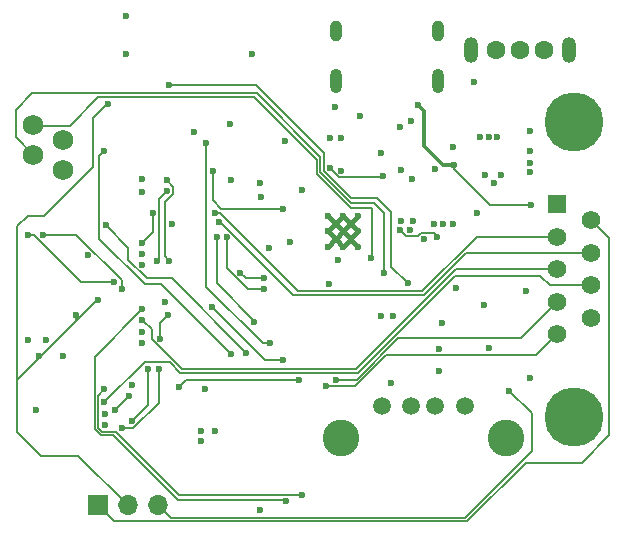
<source format=gbl>
G04 #@! TF.GenerationSoftware,KiCad,Pcbnew,7.0.8*
G04 #@! TF.CreationDate,2023-10-01T22:59:48-07:00*
G04 #@! TF.ProjectId,babelfish,62616265-6c66-4697-9368-2e6b69636164,REV1*
G04 #@! TF.SameCoordinates,Original*
G04 #@! TF.FileFunction,Copper,L4,Bot*
G04 #@! TF.FilePolarity,Positive*
%FSLAX46Y46*%
G04 Gerber Fmt 4.6, Leading zero omitted, Abs format (unit mm)*
G04 Created by KiCad (PCBNEW 7.0.8) date 2023-10-01 22:59:48*
%MOMM*%
%LPD*%
G01*
G04 APERTURE LIST*
G04 #@! TA.AperFunction,ComponentPad*
%ADD10R,1.700000X1.700000*%
G04 #@! TD*
G04 #@! TA.AperFunction,ComponentPad*
%ADD11O,1.700000X1.700000*%
G04 #@! TD*
G04 #@! TA.AperFunction,ComponentPad*
%ADD12O,1.000000X2.100000*%
G04 #@! TD*
G04 #@! TA.AperFunction,ComponentPad*
%ADD13O,1.000000X1.800000*%
G04 #@! TD*
G04 #@! TA.AperFunction,ComponentPad*
%ADD14C,1.750000*%
G04 #@! TD*
G04 #@! TA.AperFunction,ComponentPad*
%ADD15O,1.599949X1.600000*%
G04 #@! TD*
G04 #@! TA.AperFunction,ComponentPad*
%ADD16O,1.200000X2.200000*%
G04 #@! TD*
G04 #@! TA.AperFunction,ComponentPad*
%ADD17C,0.600000*%
G04 #@! TD*
G04 #@! TA.AperFunction,ComponentPad*
%ADD18C,1.500000*%
G04 #@! TD*
G04 #@! TA.AperFunction,ComponentPad*
%ADD19C,3.100000*%
G04 #@! TD*
G04 #@! TA.AperFunction,ComponentPad*
%ADD20R,1.574803X1.574803*%
G04 #@! TD*
G04 #@! TA.AperFunction,ComponentPad*
%ADD21C,1.574803*%
G04 #@! TD*
G04 #@! TA.AperFunction,ComponentPad*
%ADD22C,5.000000*%
G04 #@! TD*
G04 #@! TA.AperFunction,ViaPad*
%ADD23C,0.600000*%
G04 #@! TD*
G04 #@! TA.AperFunction,Conductor*
%ADD24C,0.150000*%
G04 #@! TD*
G04 #@! TA.AperFunction,Conductor*
%ADD25C,0.300000*%
G04 #@! TD*
G04 #@! TA.AperFunction,Conductor*
%ADD26C,0.400000*%
G04 #@! TD*
G04 APERTURE END LIST*
D10*
X91260000Y-112100000D03*
D11*
X93800000Y-112100000D03*
X96340000Y-112100000D03*
D12*
X120025500Y-76169086D03*
X111385419Y-76169086D03*
D13*
X111385419Y-71989000D03*
X120025500Y-71989000D03*
D14*
X88340000Y-83710000D03*
X85800000Y-82440000D03*
X88340000Y-81170000D03*
X85800000Y-79900000D03*
D15*
X128999975Y-73542990D03*
X127000000Y-73543066D03*
X125000000Y-73543066D03*
D16*
X122849886Y-73543066D03*
X131150114Y-73543066D03*
D17*
X110750500Y-87651500D03*
X110750500Y-88926500D03*
X110750500Y-90201500D03*
X112025500Y-87651500D03*
X112025500Y-88926500D03*
X112025500Y-90201500D03*
X113300500Y-87651500D03*
X113300500Y-88926500D03*
X113300500Y-90201500D03*
D18*
X115300000Y-103740000D03*
X117800000Y-103740000D03*
X119800000Y-103740000D03*
X122300000Y-103740000D03*
D19*
X111800000Y-106450000D03*
X125800000Y-106450000D03*
D20*
X130160020Y-86600076D03*
D21*
X130160020Y-89360045D03*
X130160020Y-92120015D03*
X130160020Y-94879985D03*
X130160020Y-97639954D03*
X133000000Y-87980061D03*
X133000000Y-90740030D03*
X133000000Y-93500000D03*
X133000000Y-96259969D03*
D22*
X131579883Y-79619888D03*
X131579883Y-104619888D03*
D23*
X116800000Y-88800000D03*
X120000000Y-89400000D03*
X117700000Y-88800000D03*
X86900000Y-98100000D03*
X85300000Y-98100000D03*
X102500000Y-84600000D03*
X123100000Y-76300000D03*
X127800000Y-80400000D03*
X121300000Y-81800000D03*
X105000000Y-112500000D03*
X125369979Y-84130051D03*
X127500000Y-94000000D03*
X116800000Y-80100000D03*
X91825905Y-104350013D03*
X115200000Y-96100000D03*
X100000000Y-106700000D03*
X93600000Y-70700000D03*
X95000000Y-97400000D03*
X105700000Y-90300000D03*
X120100000Y-98900000D03*
X95000000Y-85600000D03*
X118900000Y-89600000D03*
X95025905Y-91800013D03*
X127800000Y-83100000D03*
X95000000Y-98400000D03*
X121600000Y-93700000D03*
X117900000Y-88000000D03*
X116050000Y-101750000D03*
X110800000Y-93410000D03*
X111300000Y-78400000D03*
X117800000Y-79550000D03*
X101200000Y-105800000D03*
X115225000Y-82300000D03*
X116900000Y-88000000D03*
X91825905Y-105350013D03*
X124069979Y-84130051D03*
X105000000Y-84800000D03*
X113425000Y-79175000D03*
X111875000Y-81025000D03*
X110925000Y-81025000D03*
X124769979Y-84830051D03*
X127800000Y-82080051D03*
X108500000Y-85400000D03*
X93600000Y-73900000D03*
X127800000Y-83930051D03*
X123369979Y-87330051D03*
X120100000Y-100700000D03*
X124400000Y-98800000D03*
X95025905Y-90800013D03*
X94975905Y-84500000D03*
X117850000Y-84450000D03*
X100000000Y-105800000D03*
X107100000Y-81300000D03*
X127950000Y-86650000D03*
X118350000Y-78200000D03*
X121400000Y-83300000D03*
X88300000Y-99500000D03*
X97500000Y-88300000D03*
X86000000Y-104000000D03*
X116200000Y-96100000D03*
X107500000Y-89800000D03*
X104300000Y-73900000D03*
X90400000Y-90900000D03*
X127800000Y-101300000D03*
X119800000Y-83650000D03*
X111875500Y-83789000D03*
X120500000Y-88300000D03*
X111600000Y-91300000D03*
X116900000Y-83750000D03*
X105025500Y-86039000D03*
X121300000Y-88300000D03*
X100300000Y-102300000D03*
X94100000Y-101900000D03*
X96900000Y-94900000D03*
X119700000Y-88300000D03*
X102477600Y-79814000D03*
X99400000Y-80500000D03*
X110925500Y-83589000D03*
X115425500Y-84189000D03*
X120400000Y-96700000D03*
X123979122Y-95120878D03*
X125069979Y-80930051D03*
X123569979Y-80930051D03*
X126100000Y-102400000D03*
X124369979Y-80930051D03*
X97300000Y-76500000D03*
X117500000Y-93300000D03*
X115500000Y-92400000D03*
X114400000Y-91177000D03*
X110590000Y-102050000D03*
X111400000Y-101470000D03*
X92600000Y-93200000D03*
X85300000Y-89200000D03*
X93300000Y-93824500D03*
X103300000Y-92400000D03*
X86600000Y-89200000D03*
X105300000Y-92900000D03*
X102179122Y-89420878D03*
X105300000Y-93800000D03*
X89400000Y-96000000D03*
X91300000Y-94700000D03*
X86300000Y-99500000D03*
X92100000Y-78100000D03*
X101200000Y-87400000D03*
X101500000Y-88100000D03*
X95900500Y-87400250D03*
X95000000Y-89900000D03*
X91800000Y-103400000D03*
X95000000Y-96400000D03*
X96500000Y-98000000D03*
X97200000Y-96000000D03*
X93900000Y-102850000D03*
X92700000Y-104050000D03*
X101000000Y-83800000D03*
X106900000Y-87000000D03*
X91800000Y-82100000D03*
X102500000Y-99300000D03*
X100400000Y-81400000D03*
X105800000Y-98400000D03*
X97100000Y-84600000D03*
X97300000Y-91400000D03*
X97100000Y-85500000D03*
X96300000Y-91400000D03*
X103800000Y-99200000D03*
X91900000Y-88400000D03*
X101300000Y-89400000D03*
X104500000Y-96600000D03*
X95000000Y-95500000D03*
X107200000Y-111724500D03*
X100900000Y-95300000D03*
X106884495Y-99800000D03*
X94100000Y-105000000D03*
X95500000Y-100600000D03*
X96400000Y-100600000D03*
X93300000Y-105600000D03*
X108500000Y-111200000D03*
X91800000Y-102300000D03*
X108300000Y-101500000D03*
X98100000Y-102100000D03*
D24*
X120000000Y-89400000D02*
X119675000Y-89075000D01*
X119675000Y-89075000D02*
X118625000Y-89075000D01*
X118625000Y-89075000D02*
X118375000Y-89325000D01*
X118375000Y-89325000D02*
X117325000Y-89325000D01*
X117325000Y-89325000D02*
X116800000Y-88800000D01*
D25*
X121400000Y-83300000D02*
X120500000Y-83300000D01*
X120500000Y-83300000D02*
X118900000Y-81700000D01*
X118900000Y-81700000D02*
X118900000Y-78750000D01*
X118900000Y-78750000D02*
X118350000Y-78200000D01*
D24*
X121400000Y-83300000D02*
X121400000Y-83600000D01*
X124450000Y-86650000D02*
X127950000Y-86650000D01*
X121400000Y-83600000D02*
X124450000Y-86650000D01*
D26*
X112025500Y-90201500D02*
X111375500Y-89551500D01*
X112000500Y-88926500D02*
X111375500Y-89551500D01*
X112025500Y-90201500D02*
X113300500Y-88926500D01*
D25*
X111363000Y-89589000D02*
X111375500Y-89589000D01*
X111375500Y-89589000D02*
X111375500Y-89551500D01*
D26*
X112025500Y-88926500D02*
X113300500Y-90201500D01*
X110750500Y-90201500D02*
X111363000Y-89589000D01*
X111375500Y-89551500D02*
X110750500Y-88926500D01*
X112025500Y-88926500D02*
X113300500Y-87651500D01*
X110750500Y-87651500D02*
X112025500Y-88926500D01*
X113300500Y-88926500D02*
X112025500Y-87651500D01*
X110750500Y-88926500D02*
X112025500Y-87651500D01*
D24*
X111650500Y-84314000D02*
X115300500Y-84314000D01*
X110925500Y-83589000D02*
X111650500Y-84314000D01*
X115300500Y-84314000D02*
X115425500Y-84189000D01*
X97410344Y-113170344D02*
X122329656Y-113170344D01*
X128000000Y-104300000D02*
X126100000Y-102400000D01*
X128000000Y-107500000D02*
X128000000Y-104300000D01*
X96340000Y-112100000D02*
X97410344Y-113170344D01*
X122329656Y-113170344D02*
X128000000Y-107500000D01*
X116100000Y-87300000D02*
X116100000Y-91900000D01*
X104600000Y-76500000D02*
X110400500Y-82300500D01*
X112694037Y-86100000D02*
X114900000Y-86100000D01*
X97300000Y-76500000D02*
X104600000Y-76500000D01*
X110400500Y-82300500D02*
X110400500Y-83806463D01*
X116100000Y-91900000D02*
X117500000Y-93300000D01*
X110400500Y-83806463D02*
X112694037Y-86100000D01*
X114900000Y-86100000D02*
X116100000Y-87300000D01*
X110100500Y-83930727D02*
X110100500Y-82600500D01*
X84300000Y-80940000D02*
X85800000Y-82440000D01*
X110100500Y-82600500D02*
X104695000Y-77195000D01*
X115500000Y-92400000D02*
X115500000Y-87400000D01*
X85705000Y-77195000D02*
X84300000Y-78600000D01*
X104695000Y-77195000D02*
X85705000Y-77195000D01*
X114600000Y-86500000D02*
X112669773Y-86500000D01*
X112669773Y-86500000D02*
X110100500Y-83930727D01*
X115500000Y-87400000D02*
X114600000Y-86500000D01*
X84300000Y-78600000D02*
X84300000Y-80940000D01*
X114400000Y-91177000D02*
X114500000Y-91077000D01*
X85900000Y-80000000D02*
X85800000Y-79900000D01*
X104475000Y-77575000D02*
X91279544Y-77575000D01*
X114500000Y-87000000D02*
X114412132Y-86912132D01*
X88854544Y-80000000D02*
X85900000Y-80000000D01*
X114412132Y-86912132D02*
X112657641Y-86912132D01*
X112657641Y-86912132D02*
X109800500Y-84054991D01*
X109800500Y-84054991D02*
X109800500Y-82900500D01*
X109800500Y-82900500D02*
X104475000Y-77575000D01*
X91279544Y-77575000D02*
X88854544Y-80000000D01*
X114500000Y-91077000D02*
X114500000Y-87000000D01*
X127640000Y-99425000D02*
X115623528Y-99425000D01*
X112998528Y-102050000D02*
X110590000Y-102050000D01*
X128374974Y-99425000D02*
X127640000Y-99425000D01*
X115623528Y-99425000D02*
X112998528Y-102050000D01*
X130160020Y-97639954D02*
X128374974Y-99425000D01*
X116697132Y-97927132D02*
X113154264Y-101470000D01*
X111400000Y-101470000D02*
X111310000Y-101470000D01*
X127112873Y-97927132D02*
X116697132Y-97927132D01*
X130160020Y-94879985D02*
X127112873Y-97927132D01*
X113154264Y-101470000D02*
X111400000Y-101470000D01*
X92630344Y-113470344D02*
X91260000Y-112100000D01*
X134500000Y-106200000D02*
X132200000Y-108500000D01*
X133000000Y-87980061D02*
X134500000Y-89480061D01*
X122529656Y-113470344D02*
X92630344Y-113470344D01*
X132200000Y-108500000D02*
X127500000Y-108500000D01*
X134500000Y-89480061D02*
X134500000Y-106200000D01*
X127500000Y-108500000D02*
X122529656Y-113470344D01*
X89857537Y-93200000D02*
X92600000Y-93200000D01*
X85857537Y-89200000D02*
X89857537Y-93200000D01*
X85300000Y-89200000D02*
X85857537Y-89200000D01*
X105300000Y-92900000D02*
X103800000Y-92900000D01*
X86600000Y-89200000D02*
X89442463Y-89200000D01*
X103800000Y-92900000D02*
X103300000Y-92400000D01*
X93300000Y-93057537D02*
X93300000Y-93824500D01*
X89442463Y-89200000D02*
X93300000Y-93057537D01*
X102179122Y-89420878D02*
X102179122Y-92021585D01*
X103957537Y-93800000D02*
X105300000Y-93800000D01*
X102179122Y-92021585D02*
X103957537Y-93800000D01*
X86700000Y-87600000D02*
X90800000Y-83500000D01*
X91200000Y-94700000D02*
X91300000Y-94700000D01*
X84400000Y-101500000D02*
X86300000Y-99600000D01*
X86300000Y-99500000D02*
X86400000Y-99500000D01*
X84400000Y-88500000D02*
X85300000Y-87600000D01*
X84400000Y-102300000D02*
X84400000Y-88500000D01*
X90800000Y-83500000D02*
X90800000Y-79300000D01*
X89600000Y-107900000D02*
X86400000Y-107900000D01*
X89400000Y-96500000D02*
X89400000Y-96000000D01*
X89400000Y-96500000D02*
X91200000Y-94700000D01*
X84400000Y-105900000D02*
X84400000Y-102300000D01*
X86300000Y-99600000D02*
X86300000Y-99500000D01*
X86400000Y-107900000D02*
X84400000Y-105900000D01*
X86400000Y-99500000D02*
X89400000Y-96500000D01*
X90800000Y-79300000D02*
X92000000Y-78100000D01*
X93800000Y-112100000D02*
X89600000Y-107900000D01*
X84400000Y-102300000D02*
X84400000Y-101500000D01*
X92000000Y-78100000D02*
X92100000Y-78100000D01*
X85300000Y-87600000D02*
X86700000Y-87600000D01*
X101600000Y-87400000D02*
X108200000Y-94000000D01*
X108200000Y-94000000D02*
X118700000Y-94000000D01*
X101200000Y-87400000D02*
X101600000Y-87400000D01*
X123339955Y-89360045D02*
X130160020Y-89360045D01*
X118700000Y-94000000D02*
X123339955Y-89360045D01*
X118900000Y-94300000D02*
X122459970Y-90740030D01*
X107800000Y-94300000D02*
X118900000Y-94300000D01*
X95900500Y-87400250D02*
X95900500Y-88999500D01*
X101500000Y-88100000D02*
X101600000Y-88100000D01*
X95900500Y-88999500D02*
X95000000Y-89900000D01*
X101600000Y-88100000D02*
X107800000Y-94300000D01*
X122459970Y-90740030D02*
X133000000Y-90740030D01*
X113300000Y-100900000D02*
X121500000Y-92700000D01*
X129500000Y-93500000D02*
X133000000Y-93500000D01*
X91800000Y-103400000D02*
X95200000Y-100000000D01*
X98233273Y-100900000D02*
X113300000Y-100900000D01*
X121500000Y-92700000D02*
X128700000Y-92700000D01*
X95200000Y-100000000D02*
X97333273Y-100000000D01*
X97333273Y-100000000D02*
X98233273Y-100900000D01*
X128700000Y-92700000D02*
X129500000Y-93500000D01*
X95800000Y-98042463D02*
X95800000Y-97200000D01*
X121579985Y-92120015D02*
X113100000Y-100600000D01*
X113100000Y-100600000D02*
X98357537Y-100600000D01*
X95800000Y-97200000D02*
X95000000Y-96400000D01*
X98357537Y-100600000D02*
X95800000Y-98042463D01*
X130160020Y-92120015D02*
X121579985Y-92120015D01*
X96500000Y-98000000D02*
X96500000Y-96700000D01*
X96500000Y-96700000D02*
X97200000Y-96000000D01*
X92700000Y-104050000D02*
X93900000Y-102850000D01*
X101000000Y-83800000D02*
X101000000Y-86300000D01*
X101700000Y-87000000D02*
X106900000Y-87000000D01*
X101000000Y-86300000D02*
X101700000Y-87000000D01*
X95200000Y-93400000D02*
X91375000Y-89575000D01*
X91375000Y-89575000D02*
X91375000Y-82525000D01*
X91375000Y-82525000D02*
X91800000Y-82100000D01*
X96600000Y-93400000D02*
X95200000Y-93400000D01*
X102500000Y-99300000D02*
X96600000Y-93400000D01*
X105800000Y-98400000D02*
X105200000Y-98400000D01*
X105200000Y-98400000D02*
X100400000Y-93600000D01*
X100400000Y-93600000D02*
X100400000Y-81400000D01*
X97100000Y-84600000D02*
X97625000Y-85125000D01*
X96900000Y-91000000D02*
X97300000Y-91400000D01*
X97625000Y-85125000D02*
X97625000Y-85717463D01*
X96900000Y-86442463D02*
X96900000Y-91000000D01*
X97625000Y-85717463D02*
X96900000Y-86442463D01*
X96425000Y-91275000D02*
X96425000Y-86175000D01*
X96300000Y-91400000D02*
X96425000Y-91275000D01*
X96425000Y-86175000D02*
X97100000Y-85500000D01*
X103800000Y-99200000D02*
X97500000Y-92900000D01*
X93800000Y-91316571D02*
X93800000Y-90300000D01*
X93800000Y-90300000D02*
X91900000Y-88400000D01*
X97500000Y-92900000D02*
X95383429Y-92900000D01*
X95383429Y-92900000D02*
X93800000Y-91316571D01*
X104500000Y-96500000D02*
X101300000Y-93300000D01*
X104500000Y-96600000D02*
X104500000Y-96500000D01*
X101300000Y-93300000D02*
X101300000Y-89400000D01*
X90975000Y-105665835D02*
X90975000Y-99525000D01*
X107200000Y-111724500D02*
X107175500Y-111700000D01*
X90975000Y-99525000D02*
X95000000Y-95500000D01*
X107175500Y-111700000D02*
X98000000Y-111700000D01*
X92500000Y-106200000D02*
X91509165Y-106200000D01*
X91509165Y-106200000D02*
X90975000Y-105665835D01*
X98000000Y-111700000D02*
X92500000Y-106200000D01*
X105400000Y-99800000D02*
X100900000Y-95300000D01*
X106884495Y-99800000D02*
X105400000Y-99800000D01*
X94100000Y-105000000D02*
X95500000Y-103600000D01*
X95500000Y-103600000D02*
X95500000Y-100600000D01*
X94242463Y-105600000D02*
X93300000Y-105600000D01*
X96400000Y-103442463D02*
X94242463Y-105600000D01*
X96400000Y-100600000D02*
X96400000Y-103442463D01*
X98116715Y-111200000D02*
X92791728Y-105875013D01*
X108500000Y-111200000D02*
X98116715Y-111200000D01*
X91275000Y-105541571D02*
X91275000Y-102825000D01*
X91275000Y-102825000D02*
X91800000Y-102300000D01*
X91608442Y-105875013D02*
X91275000Y-105541571D01*
X92791728Y-105875013D02*
X91608442Y-105875013D01*
X108300000Y-101500000D02*
X98700000Y-101500000D01*
X98700000Y-101500000D02*
X98100000Y-102100000D01*
M02*

</source>
